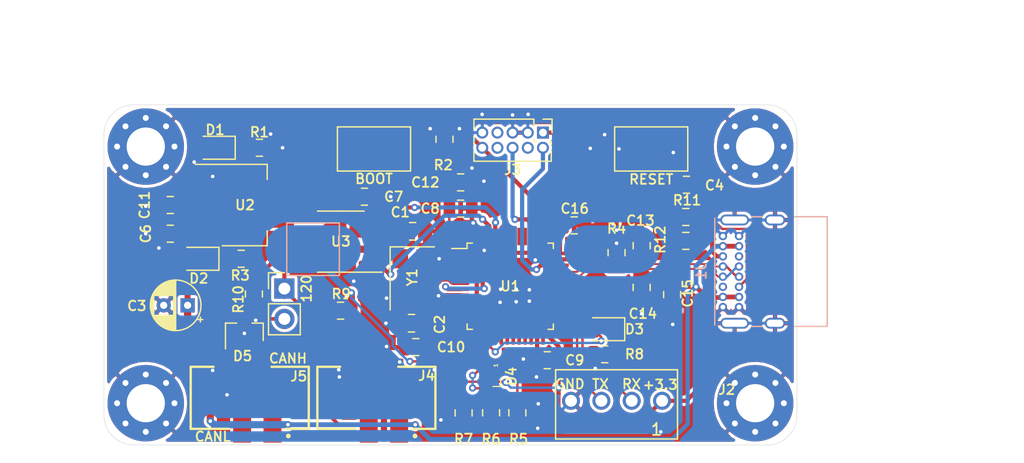
<source format=kicad_pcb>
(kicad_pcb (version 20211014) (generator pcbnew)
  (layers (0 "F.Cu" signal "Front") (31 "B.Cu" signal "Back") (34 "B.Paste" user) (35 "F.Paste" user) (36 "B.SilkS" user "B.Silkscreen") (37 "F.SilkS" user "F.Silkscreen") (38 "B.Mask" user) (39 "F.Mask" user) (44 "Edge.Cuts" user))
  (net 0 "")
  (net 1 "+5V")
  (net 2 "GND")
  (net 3 "Net-(C2-Pad1)")
  (net 4 "+3V3")
  (net 5 "/USB+")
  (net 6 "/USB-")
  (net 7 "Net-(D1-Pad1)")
  (net 8 "Net-(D2-Pad1)")
  (net 9 "Net-(D3-Pad1)")
  (net 10 "Net-(D4-Pad1)")
  (net 11 "Net-(D4-Pad2)")
  (net 12 "/CANL")
  (net 13 "/CANH")
  (net 14 "/RST")
  (net 15 "/CLK")
  (net 16 "/SWDIO")
  (net 17 "Net-(JP1-Pad2)")
  (net 18 "/Bleu")
  (net 19 "/Vert")
  (net 20 "/Rouge")
  (net 21 "/R_point")
  (net 22 "/TX")
  (net 23 "/RX")
  (net 24 "Net-(U1-Pad15)")
  (net 25 "Net-(U1-Pad18)")
  (net 26 "/CANRX")
  (net 27 "/CANTX")
  (net 28 "Net-(U1-Pad25)")
  (net 29 "Net-(U1-Pad26)")
  (net 30 "Net-(U1-Pad27)")
  (net 31 "Net-(U1-Pad28)")
  (net 32 "Net-(U1-Pad29)")
  (net 33 "Net-(U3-Pad5)")
  (net 34 "Net-(U3-Pad8)")
  (net 35 "/SWO")
  (net 36 "/BOOT0")
  (net 37 "Net-(U1-Pad1)")
  (net 38 "Net-(U1-Pad2)")
  (net 39 "Net-(U1-Pad3)")
  (net 40 "Net-(U1-Pad4)")
  (net 41 "Net-(U1-Pad16)")
  (net 42 "Net-(U1-Pad17)")
  (net 43 "Net-(U1-Pad19)")
  (net 44 "Net-(U1-Pad20)")
  (net 45 "Net-(U1-Pad21)")
  (net 46 "Net-(U1-Pad22)")
  (net 47 "/SWCLK")
  (net 48 "Net-(U1-Pad38)")
  (net 49 "Net-(U1-Pad40)")
  (net 50 "Net-(U1-Pad41)")
  (net 51 "Net-(U1-Pad42)")
  (net 52 "Net-(U1-Pad43)")
  (net 53 "Net-(C1-Pad1)")
  (net 54 "Net-(D3-Pad2)")
  (net 55 "Net-(D4-Pad3)")
  (net 56 "Net-(J3-Pad7)")
  (net 57 "Net-(J3-Pad8)")
  (net 58 "Net-(J1-PadB5)")
  (net 59 "Net-(J1-PadB8)")
  (net 60 "Net-(J1-PadA8)")
  (net 61 "Net-(J1-PadA5)")
  (footprint "Capacitor_SMD:C_0805_2012Metric_Pad1.18x1.45mm_HandSolder" (layer "F.Cu") (at 93.1375 96.3 180)
    (fp_text reference "C2")
    (fp_text value "18p")
  )
  (footprint "Capacitor_SMD:C_0805_2012Metric" (layer "F.Cu") (at 72.95 88.8 180)
    (fp_text reference "C6")
    (fp_text value "10u")
  )
  (footprint "Capacitor_SMD:C_0805_2012Metric" (layer "F.Cu") (at 89.2 85.7)
    (fp_text reference "C7")
    (fp_text value "100n")
  )
  (footprint "Capacitor_SMD:C_0805_2012Metric" (layer "F.Cu") (at 97.25 86.7)
    (fp_text reference "C8")
    (fp_text value "10u")
  )
  (footprint "Capacitor_SMD:C_0805_2012Metric" (layer "F.Cu") (at 104.5 99.4 180)
    (fp_text reference "C9")
    (fp_text value "100n")
  )
  (footprint "Capacitor_SMD:C_0805_2012Metric" (layer "F.Cu") (at 93.5 98.3 180)
    (fp_text reference "C10")
    (fp_text value "100n")
  )
  (footprint "Capacitor_SMD:C_0805_2012Metric" (layer "F.Cu") (at 72.95 86.4 180)
    (fp_text reference "C11")
    (fp_text value "10u")
  )
  (footprint "Capacitor_SMD:C_0805_2012Metric" (layer "F.Cu") (at 97.25 84.5)
    (fp_text reference "C12")
    (fp_text value "100n")
  )
  (footprint "Capacitor_SMD:C_0805_2012Metric" (layer "F.Cu") (at 112.4 89.8 90)
    (fp_text reference "C13")
    (fp_text value "47p")
  )
  (footprint "Capacitor_SMD:C_0805_2012Metric" (layer "F.Cu") (at 112.4 93.3 -90)
    (fp_text reference "C14")
    (fp_text value "47p")
  )
  (footprint "Capacitor_SMD:C_0805_2012Metric" (layer "F.Cu") (at 114.95 93.9 -90)
    (fp_text reference "C15")
    (fp_text value "10u")
  )
  (footprint "Capacitor_SMD:C_0805_2012Metric" (layer "F.Cu") (at 106.75 88.1)
    (fp_text reference "C16")
    (fp_text value "100n")
  )
  (footprint "LED_SMD:LED_0805_2012Metric" (layer "F.Cu") (at 75.3375 90.9 180)
    (fp_text reference "D2")
    (fp_text value "LED_5V")
  )
  (footprint "LED_SMD:LED_0805_2012Metric" (layer "F.Cu") (at 109.3 96.8 180)
    (fp_text reference "D3")
    (fp_text value "LED_DEBUG")
  )
  (footprint "Resistor_SMD:R_0805_2012Metric" (layer "F.Cu") (at 80.4125 81.6 180)
    (fp_text reference "R1")
    (fp_text value "270")
  )
  (footprint "Resistor_SMD:R_0805_2012Metric" (layer "F.Cu") (at 95.9 80.8875 -90)
    (fp_text reference "R2")
    (fp_text value "10k")
  )
  (footprint "Resistor_SMD:R_0805_2012Metric" (layer "F.Cu") (at 78.8875 90.9 180)
    (fp_text reference "R3")
    (fp_text value "270")
  )
  (footprint "Resistor_SMD:R_0805_2012Metric" (layer "F.Cu") (at 110.3 90.3875 -90)
    (fp_text reference "R4")
    (fp_text value "1.5k")
  )
  (footprint "Resistor_SMD:R_0805_2012Metric" (layer "F.Cu") (at 102 103.8 -90)
    (fp_text reference "R5")
    (fp_text value "270")
  )
  (footprint "Resistor_SMD:R_0805_2012Metric" (layer "F.Cu") (at 99.8 103.8 -90)
    (fp_text reference "R6")
    (fp_text value "270")
  )
  (footprint "Resistor_SMD:R_0805_2012Metric" (layer "F.Cu") (at 97.5 103.8125 -90)
    (fp_text reference "R7")
    (fp_text value "270")
  )
  (footprint "Resistor_SMD:R_0805_2012Metric" (layer "F.Cu") (at 109.3125 98.9)
    (fp_text reference "R8")
    (fp_text value "270")
  )
  (footprint "Resistor_SMD:R_0805_2012Metric" (layer "F.Cu") (at 87.2 95.25)
    (fp_text reference "R9")
    (fp_text value "1k")
  )
  (footprint "Package_TO_SOT_SMD:SOT-223-3_TabPin2" (layer "F.Cu") (at 79.15 86.4)
    (fp_text reference "U2")
    (fp_text value "NCP1117-3.3_SOT223")
  )
  (footprint "Package_SO:SOIC-8_3.9x4.9mm_P1.27mm" (layer "F.Cu") (at 87.225 89.465 180)
    (fp_text reference "U3")
    (fp_text value "SN65HVD232")
  )
  (footprint "Crystal:Crystal_SMD_5032-4Pin_5.0x3.2mm" (layer "F.Cu") (at 93.2 92.55 -90)
    (fp_text reference "Y1")
    (fp_text value "8MHz")
  )
  (footprint "Connector_PinHeader_2.54mm:PinHeader_1x02_P2.54mm_Vertical" (layer "F.Cu") (at 82.5 93.4)
    (fp_text reference "120")
    (fp_text value "JUMPER")
  )
  (footprint "Button_Switch_SMD:SW_SPST_CK_RS282G05A3" (layer "F.Cu") (at 90 81.7)
    (fp_text reference "BOOT")
    (fp_text value "BOOT")
  )
  (footprint "Button_Switch_SMD:SW_SPST_CK_RS282G05A3" (layer "F.Cu") (at 113.2 81.7)
    (fp_text reference "RESET")
    (fp_text value "RST")
  )
  (footprint "Package_QFP:LQFP-48_7x7mm_P0.5mm" (layer "F.Cu") (at 101.4 93.2)
    (fp_text reference "U1")
    (fp_text value "STM32F302C6Tx")
  )
  (footprint "Capacitor_SMD:C_0805_2012Metric_Pad1.18x1.45mm_HandSolder" (layer "F.Cu") (at 93.2375 88.6)
    (fp_text reference "C1")
    (fp_text value "18p")
  )
  (footprint "Capacitor_THT:CP_Radial_D4.0mm_P2.00mm" (layer "F.Cu") (at 74.4 94.8 180)
    (fp_text reference "C3")
    (fp_text value "10u")
  )
  (footprint "Capacitor_SMD:C_0805_2012Metric" (layer "F.Cu") (at 116.15 84.7 180)
    (fp_text reference "C4")
    (fp_text value "0.1u")
  )
  (footprint "LED_SMD:LED_0805_2012Metric" (layer "F.Cu") (at 76.7 81.6 180)
    (fp_text reference "D1")
    (fp_text value "LED_33V")
  )
  (footprint "Package_TO_SOT_SMD:SOT-23" (layer "F.Cu") (at 79.15 97.05 90)
    (fp_text reference "D5")
    (fp_text value "TVS")
  )
  (footprint "Connector_PinHeader_1.27mm:PinHeader_2x05_P1.27mm_Vertical" (layer "F.Cu") (at 104.14 80.33 -90)
    (fp_text reference "J3")
    (fp_text value "Conn_ARM_JTAG_SWD_10")
  )
  (footprint "Resistor_SMD:R_0805_2012Metric" (layer "F.Cu") (at 79.95 93.85 -90)
    (fp_text reference "R10")
    (fp_text value "120")
  )
  (footprint "MountingHole:MountingHole_3.2mm_M3_Pad_Via" (layer "F.Cu") (at 121.9 81.5)
    (fp_text reference "H1" hide)
    (fp_text value "MountingHole_Pad")
  )
  (footprint "MountingHole:MountingHole_3.2mm_M3_Pad_Via" (layer "F.Cu") (at 121.9 103)
    (fp_text reference "H2" hide)
    (fp_text value "MountingHole_Pad")
  )
  (footprint "MountingHole:MountingHole_3.2mm_M3_Pad_Via" (layer "F.Cu") (at 70.9 81.5)
    (fp_text reference "H3" hide)
    (fp_text value "MountingHole_Pad")
  )
  (footprint "MountingHole:MountingHole_3.2mm_M3_Pad_Via" (layer "F.Cu") (at 70.9 103)
    (fp_text reference "H4" hide)
    (fp_text value "MountingHole_Pad")
  )
  (footprint "Resistor_SMD:R_0805_2012Metric" (layer "F.Cu") (at 116.1 87.4 180)
    (fp_text reference "R11")
    (fp_text value "5.1k")
  )
  (footprint "Resistor_SMD:R_0805_2012Metric" (layer "F.Cu") (at 116.1 89.4 180)
    (fp_text reference "R12")
    (fp_text value "5.1k")
  )
  (footprint "AREA_lib_Connector:Wuerth_2.54mm_4pins_61900411121" (layer "F.Cu") (at 110.3 102.8)
    (fp_text reference "J2")
    (fp_text value "CON_debug")
  )
  (footprint "AREA_lib_Connector:690367290476" (layer "F.Cu") (at 90.2 102.55)
    (fp_text reference "J4")
    (fp_text value "CON_CAN")
  )
  (footprint "AREA_lib_Connector:690367290476" (layer "F.Cu") (at 79.6 102.55)
    (fp_text reference "J5")
    (fp_text value "CON_CAN")
  )
  (footprint "LED_SMD:LED_SK6812_EC15_1.5x1.5mm" (layer "F.Cu") (at 99.75 100.75 -90)
    (fp_text reference "D4")
    (fp_text value "LED_RGBA")
  )
  (footprint "TestPoint:TestPoint_Pad_4.0x4.0mm" (layer "B.Cu") (at 84.9 90.1)
    (fp_text reference "TP1" hide)
    (fp_text value "Rmesure" hide)
  )
  (footprint "Connector_USB:USB_C_Receptacle_GCT_USB4085" (layer "B.Cu") (at 119.2 89 -90)
    (fp_text reference "J1")
    (fp_text value "USB_C_Receptacle_USB2.0")
  )
  (gr_arc (start 69.9 106.5) (mid 68.132233 105.767767) (end 67.4 104) (layer "Edge.Cuts") (width 0.0381))
  (gr_line (start 69.9 106.5) (end 122.9 106.5) (layer "Edge.Cuts") (width 0.0381))
  (gr_line (start 69.9 78) (end 122.9 78) (layer "Edge.Cuts") (width 0.0381))
  (gr_arc (start 122.9 78) (mid 124.667767 78.732233) (end 125.4 80.5) (layer "Edge.Cuts") (width 0.0381))
  (gr_line (start 67.4 80.5) (end 67.4 104) (layer "Edge.Cuts") (width 0.0381))
  (gr_line (start 125.4 104) (end 125.4 80.5) (layer "Edge.Cuts") (width 0.0381))
  (gr_arc (start 125.4 104) (mid 124.667767 105.767767) (end 122.9 106.5) (layer "Edge.Cuts") (width 0.0381))
  (gr_arc (start 67.4 80.5) (mid 68.132233 78.732233) (end 69.9 78) (layer "Edge.Cuts") (width 0.0381))
  (gr_text "GND" (at 106.4 101.4) (layer "F.SilkS") (effects (font (size 0.8 0.8))))
  (gr_text "CANL" (at 76.5 105.8) (layer "F.SilkS") (effects (font (size 0.8 0.8))))
  (gr_text "RX" (at 111.55 101.4) (layer "F.SilkS") (effects (font (size 0.8 0.8))))
  (gr_text "TX" (at 108.95 101.4) (layer "F.SilkS") (effects (font (size 0.8 0.8))))
  (gr_text "+3.3" (at 113.95 101.45) (layer "F.SilkS") (effects (font (size 0.8 0.8))))
  (gr_text "CANH" (at 82.8 99.25) (layer "F.SilkS") (effects (font (size 0.8 0.8))))
  (segment (start 76.3 104.5) (end 76.3 103.032038) (width 0.6) (layer "F.Cu") (net 1))
  (segment (start 116.95 93.25) (end 115.2375 93.25) (width 0.35) (layer "F.Cu") (net 1))
  (segment (start 74.4 90.9) (end 74.2 90.9) (width 0.6) (layer "F.Cu") (net 1))
  (segment (start 119.2 94.1) (end 120.55 94.1) (width 0.4) (layer "F.Cu") (net 1))
  (segment (start 74.4 94.8) (end 74.4 90.9) (width 0.5) (layer "F.Cu") (net 1))
  (segment (start 73.9 90.6) (end 73.9 88.8) (width 0.6) (layer "F.Cu") (net 1))
  (segment (start 119.2 89.85) (end 120.55 89.85) (width 0.4) (layer "F.Cu") (net 1))
  (segment (start 74.4 101.132038) (end 74.4 94.8) (width 0.6) (layer "F.Cu") (net 1))
  (segment (start 82.8 104.8) (end 81.505 104.8) (width 0.4) (layer "F.Cu") (net 1))
  (segment (start 93.45 104.8) (end 92.105 104.8) (width 0.4) (layer "F.Cu") (net 1))
  (segment (start 76.3 103.032038) (end 74.4 101.132038) (width 0.6) (layer "F.Cu") (net 1))
  (segment (start 115.2375 93.25) (end 114.95 92.9625) (width 0.35) (layer "F.Cu") (net 1))
  (segment (start 116.95 93.25) (end 117.85 94.15) (width 0.4) (layer "F.Cu") (net 1))
  (segment (start 73.9 88.8) (end 75.9 88.8) (width 0.6) (layer "F.Cu") (net 1))
  (segment (start 75.9 88.8) (end 76 88.7) (width 0.6) (layer "F.Cu") (net 1))
  (segment (start 119.15 94.15) (end 119.2 94.1) (width 0.4) (layer "F.Cu") (net 1))
  (segment (start 117.85 94.15) (end 119.15 94.15) (width 0.4) (layer "F.Cu") (net 1))
  (segment (start 74.2 90.9) (end 73.9 90.6) (width 0.6) (layer "F.Cu") (net 1))
  (via (at 93.45 104.8) (size 0.6) (drill 0.3) (layers "F.Cu" "B.Cu") (net 1))
  (via (at 116.95 93.25) (size 0.6) (drill 0.3) (layers "F.Cu" "B.Cu") (net 1))
  (via (at 82.8 104.8) (size 0.6) (drill 0.3) (layers "F.Cu" "B.Cu") (net 1))
  (via (at 76.3 104.5) (size 0.6) (drill 0.3) (layers "F.Cu" "B.Cu") (net 1))
  (segment (start 116.25 93.95) (end 116.95 93.25) (width 0.35) (layer "B.Cu") (net 1))
  (segment (start 82.8 104.8) (end 76.6 104.8) (width 0.6) (layer "B.Cu") (net 1))
  (segment (start 94.677001 106.027001) (end 93.45 104.8) (width 0.4) (layer "B.Cu") (net 1))
  (segment (start 119.2 89.85) (end 118.6 89.85) (width 0.4) (layer "B.Cu") (net 1))
  (segment (start 118.6 89.85) (end 116.95 91.5) (width 0.4) (layer "B.Cu") (net 1))
  (segment (start 116.25 104.75) (end 116.25 93.95) (width 0.35) (layer "B.Cu") (net 1))
  (segment (start 115.3 105.7) (end 114.972999 106.027001) (width 0.4) (layer "B.Cu") (net 1))
  (segment (start 115.3 105.7) (end 116.25 104.75) (width 0.35) (layer "B.Cu") (net 1))
  (segment (start 114.972999 106.027001) (end 94.677001 106.027001) (width 0.4) (layer "B.Cu") (net 1))
  (segment (start 93.45 104.8) (end 82.8 104.8) (width 0.4) (layer "B.Cu") (net 1))
  (segment (start 116.95 91.5) (end 116.95 93.25) (width 0.4) (layer "B.Cu") (net 1))
  (segment (start 76.6 104.8) (end 76.3 104.5) (width 0.6) (layer "B.Cu") (net 1))
  (segment (start 95.45 93.95) (end 95.4 94) (width 0.35) (layer "F.Cu") (net 2))
  (segment (start 115.2 82.15) (end 115.05 82) (width 0.35) (layer "F.Cu") (net 2))
  (segment (start 108.4 99.969676) (end 108.515162 100.084838) (width 0.35) (layer "F.Cu") (net 2))
  (segment (start 103.55 99.4) (end 103.55 100.75) (width 0.35) (layer "F.Cu") (net 2))
  (segment (start 115 95.15) (end 115 96.4) (width 0.35) (layer "F.Cu") (net 2))
  (segment (start 89.7 90.1) (end 88.4 90.1) (width 0.35) (layer "F.Cu") (net 2))
  (segment (start 105.5625 90.95) (end 103.55 90.95) (width 0.35) (layer "F.Cu") (net 2))
  (segment (start 103.55 90.95) (end 103.5 91) (width 0.35) (layer "F.Cu") (net 2))
  (segment (start 99.15 90.12299) (end 99.22701 90.2) (width 0.2) (layer "F.Cu") (net 2))
  (segment (start 97.2375 93.95) (end 95.45 93.95) (width 0.35) (layer "F.Cu") (net 2))
  (segment (start 112.4 94.25) (end 112.4 95.5) (width 0.35) (layer "F.Cu") (net 2))
  (segment (start 107.1 90.95) (end 107.7 90.35) (width 0.35) (layer "F.Cu") (net 2))
  (segment (start 103.65 99.3) (end 103.55 99.4) (width 0.35) (layer "F.Cu") (net 2))
  (segment (start 108.4 98.9) (end 108.4 99.969676) (width 0.35) (layer "F.Cu") (net 2))
  (segment (start 103.65 97.3625) (end 103.65 99.3) (width 0.35) (layer "F.Cu") (net 2))
  (segment (start 102.6 99.4) (end 102.5 99.3) (width 0.35) (layer "F.Cu") (net 2))
  (segment (start 115.2 84.7) (end 115.2 82.15) (width 0.35) (layer "F.Cu") (net 2))
  (segment (start 103.55 100.75) (end 103.6 100.8) (width 0.35) (layer "F.Cu") (net 2))
  (segment (start 105.5625 90.95) (end 107.1 90.95) (width 0.35) (layer "F.Cu") (net 2))
  (segment (start 103.55 99.4) (end 102.6 99.4) (width 0.35) (layer "F.Cu") (net 2))
  (segment (start 99.15 89.0375) (end 99.15 90.12299) (width 0.2) (layer "F.Cu") (net 2))
  (segment (start 88.306038 90.193962) (end 88.306038 92.782531) (width 0.35) (layer "F.Cu") (net 2))
  (segment (start 90.15 85.7) (end 91.400002 85.7) (width 0.35) (layer "F.Cu") (net 2))
  (segment (start 71.2 82.9) (end 71.2 84.35) (width 0.5) (layer "F.Cu") (net 2))
  (segment (start 88.4 90.1) (end 88.306038 90.193962) (width 0.35) (layer "F.Cu") (net 2))
  (segment (start 107.7 90.35) (end 107.7 88.1) (width 0.35) (layer "F.Cu") (net 2))
  (via (at 92.15 99.55) (size 0.6) (drill 0.3) (layers "F.Cu" "B.Cu") (net 2))
  (via (at 74.95 82.8) (size 0.6) (drill 0.3) (layers "F.Cu" "B.Cu") (net 2))
  (via (at 88.306038 92.782531) (size 0.6) (drill 0.3) (layers "F.Cu" "B.Cu") (net 2))
  (via (at 95.4 94) (size 0.6) (drill 0.3) (layers "F.Cu" "B.Cu") (net 2))
  (via (at 103.7 105.1) (size 0.6) (drill 0.3) (layers "F.Cu" "B.Cu") (net 2))
  (via (at 95.45 90.9) (size 0.6) (drill 0.3) (layers "F.Cu" "B.Cu") (net 2))
  (via (at 100.55 94.55) (size 0.6) (drill 0.3) (layers "F.Cu" "B.Cu") (net 2))
  (via (at 112.4 95.5) (size 0.6) (drill 0.3) (layers "F.Cu" "B.Cu") (net 2))
  (via (at 103.75 103.05) (size 0.6) (drill 0.3) (layers "F.Cu" "B.Cu") (net 2))
  (via (at 76.5 100.25) (size 0.6) (drill 0.3) (layers "F.Cu" "B.Cu") (net 2))
  (via (at 101.6 78.85) (size 0.6) (drill 0.3) (layers "F.Cu" "B.Cu") (net 2))
  (via (at 115.05 82) (size 0.6) (drill 0.3) (layers "F.Cu" "B.Cu") (net 2))
  (via (at 98.3 87.9) (size 0.6) (drill 0.3) (layers "F.Cu" "B.Cu") (net 2))
  (via (at 95.05 100.2) (size 0.6) (drill 0.3) (layers "F.Cu" "B.Cu") (net 2))
  (via (at 79.15 97.15) (size 0.6) (drill 0.3) (layers "F.Cu" "B.Cu") (net 2))
  (via (at 101.9 93.45) (size 0.6) (drill 0.3) (layers "F.Cu" "B.Cu") (net 2))
  (via (at 97.15 80) (size 0.6) (drill 0.3) (layers "F.Cu" "B.Cu") (net 2))
  (via (at 81.35 80.45) (size 0.6) (drill 0.3) (layers "F.Cu" "B.Cu") (net 2))
  (via (at 114 105.4) (size 0.6) (drill 0.3) (layers "F.Cu" "B.Cu") (net 2))
  (via (at 109.3 80.5) (size 0.6) (drill 0.3) (layers "F.Cu" "B.Cu") (net 2))
  (via (at 103 93.5) (size 0.6) (drill 0.3) (layers "F.Cu" "B.Cu") (net 2))
  (via (at 110.5 81.7) (size 0.6) (drill 0.3) (layers "F.Cu" "B.Cu") (net 2))
  (via (at 70.9 86.5) (size 0.6) (drill 0.3) (layers "F.Cu" "B.Cu") (net 2))
  (via (at 91.400002 85.7) (size 0.6) (drill 0.3) (layers "F.Cu" "B.Cu") (net 2))
  (via (at 87.05 100.2) (size 0.6) (drill 0.3) (layers "F.Cu" "B.Cu") (net 2))
  (via (at 76.5 84) (size 0.6) (drill 0.3) (layers "F.Cu" "B.Cu") (net 2))
  (via (at 94.7 80) (size 0.6) (drill 0.3) (layers "F.Cu" "B.Cu") (net 2))
  (via (at 82.35 81.6) (size 0.6) (drill 0.3) (layers "F.Cu" "B.Cu") (net 2))
  (via (at 87.1 100.8) (size 0.6) (drill 0.3) (layers "F.Cu" "B.Cu") (net 2))
  (via (at 100.6 93.45) (size 0.6) (drill 0.3) (layers "F.Cu" "B.Cu") (net 2))
  (via (at 103 94.45) (size 0.6) (drill 0.3) (layers "F.Cu" "B.Cu") (net 2))
  (via (at 99.2 84.4) (size 0.6) (drill 0.3) (layers "F.Cu" "B.Cu") (net 2))
  (via (at 91 96.3) (size 0.6) (drill 0.3) (layers "F.Cu" "B.Cu") (net 2))
  (via (at 115 96.4) (size 0.6) (drill 0.3) (layers "F.Cu" "B.Cu") (net 2))
  (via (at 95.6 104.4) (size 0.6) (drill 0.3) (layers "F.Cu" "B.Cu") (net 2))
  (via (at 103.6 100.8) (size 0.6) (drill 0.3) (layers "F.Cu" "B.Cu") (net 2))
  (via (at 91.05 94.2) (size 0.6) (drill 0.3) (layers "F.Cu" "B.Cu") (net 2))
  (via (at 91.05 98.25) (size 0.6) (drill 0.3) (layers "F.Cu" "B.Cu") (net 2))
  (via (at 77.7 102.3) (size 0.6) (drill 0.3) (layers "F.Cu" "B.Cu") (net 2))
  (via (at 70.9 88.8) (size 0.6) (drill 0.3) (layers "F.Cu" "B.Cu") (net 2))
  (via (at 99.05 78.8) (size 0.6) (drill 0.3) (layers "F.Cu" "B.Cu") (net 2))
  (via (at 103.5 91) (size 0.6) (drill 0.3) (layers "F.Cu" "B.Cu") (net 2))
  (via (at 102.5 99.3) (size 0.6) (drill 0.3) (layers "F.Cu" "B.Cu") (net 2))
  (via (at 98.2 83.3) (size 0.6) (drill 0.3) (layers "F.Cu" "B.Cu") (net 2))
  (via (at 99.22701 90.2) (size 0.6) (drill 0.3) (layers "F.Cu" "B.Cu") (net 2))
  (via (at 108.1 81.65) (size 0.6) (drill 0.3) (layers "F.Cu" "B.Cu") (net 2))
  (via (at 108.515162 100.084838) (size 0.6) (drill 0.3) (layers "F.Cu" "B.Cu") (net 2))
  (via (at 101.9 94.5) (size 0.6) (drill 0.3) (layers "F.Cu" "B.Cu") (net 2))
  (via (at 72 90) (size 0.6) (drill 0.3) (layers "F.Cu" "B.Cu") (net 2))
  (via (at 102.9 78.8) (size 0.6) (drill 0.3) (layers "F.Cu" "B.Cu") (net 2))
  (via (at 80.1 96.05) (size 0.6) (drill 0.3) (layers "F.Cu" "B.Cu") (net 2))
  (segment (start 94.175 94.225) (end 94.2 94.2) (width 0.35) (layer "F.Cu") (net 3))
  (segment (start 95.686985 92.713015) (end 94.2 94.2) (width 0.2) (layer "F.Cu") (net 3))
  (segment (start 96.242406 92.713015) (end 95.686985 92.713015) (width 0.2) (layer "F.Cu") (net 3))
  (segment (start 97.2375 92.95) (end 96.479391 92.95) (width 0.2) (layer "F.Cu") (net 3))
  (segment (start 96.479391 92.95) (end 96.242406 92.713015) (width 0.2) (layer "F.Cu") (net 3))
  (segment (start 94.2 96.275) (end 94.2 94.2) (width 0.35) (layer "F.Cu") (net 3))
  (segment (start 110.3 88.5) (end 110.3 87.6) (width 0.35) (layer "F.Cu") (net 4))
  (segment (start 105.45 98.25) (end 105.45 99.4) (width 0.35) (layer "F.Cu") (net 4))
  (segment (start 98.6 94.5) (end 98.6 94.75) (width 0.35) (layer "F.Cu") (net 4))
  (segment (start 98.6 94.75) (end 98.6 95.4) (width 0.35) (layer "F.Cu") (net 4))
  (segment (start 88.25 86.65) (end 88.25 85.7) (width 0.6) (layer "F.Cu") (net 4))
  (segment (start 90 81.7) (end 92.8 84.5) (width 0.6) (layer "F.Cu") (net 4))
  (segment (start 106.2 86.3) (end 105.8 85.9) (width 0.35) (layer "F.Cu") (net 4))
  (segment (start 88.53 88.83) (end 88.25 88.55) (width 0.6) (layer "F.Cu") (net 4))
  (segment (start 110.3 87.4) (end 109.2 86.3) (width 0.35) (layer "F.Cu") (net 4))
  (segment (start 85.8 85.7) (end 87.4 85.7) (width 0.6) (layer "F.Cu") (net 4))
  (segment (start 96.9375 89.0375) (end 96.3 88.4) (width 0.2) (layer "F.Cu") (net 4))
  (segment (start 104.15 97.3625) (end 104.5625 97.3625) (width 0.35) (layer "F.Cu") (net 4))
  (segment (start 105.8 85.9) (end 105.8 81.2) (width 0.35) (layer "F.Cu") (net 4))
  (segment (start 87.4 85.7) (end 87.4 85.8) (width 0.6) (layer "F.Cu") (net 4))
  (segment (start 87.4 85.7) (end 87.4 85.6) (width 0.6) (layer "F.Cu") (net 4))
  (segment (start 106.2 86.3) (end 105.8 86.3) (width 0.35) (layer "F.Cu") (net 4))
  (segment (start 105.433999 103.306881) (end 105.45 103.322882) (width 0.35) (layer "F.Cu") (net 4))
  (segment (start 98.6 95.4) (end 99.4 96.2) (width 0.35) (layer "F.Cu") (net 4))
  (segment (start 95.85 94.45) (end 95.1 95.2) (width 0.3) (layer "F.Cu") (net 4))
  (segment (start 95.1 95.2) (end 95.1 97.4) (width 0.3) (layer "F.Cu") (net 4))
  (segment (start 100.2 101.2) (end 100.95 101.2) (width 0.2) (layer "F.Cu") (net 4))
  (segment (start 88.25 82.45) (end 88.25 82.4) (width 0.6) (layer "F.Cu") (net 4))
  (segment (start 78.85 85.75) (end 78.85 85.8) (width 0.6) (layer "F.Cu") (net 4))
  (segment (start 105.8 81.2) (end 104.93 80.33) (width 0.35) (layer "F.Cu") (net 4))
  (segment (start 88.25 82.45) (end 87.5 81.7) (width 0.6) (layer "F.Cu") (net 4))
  (segment (start 76 86.4) (end 78.25 86.4) (width 0.6) (layer "F.Cu") (net 4))
  (segment (start 113.3 103.61) (end 114.11 102.8) (width 0.35) (layer "F.Cu") (net 4))
  (segment (start 87.4 85.7) (end 88.25 85.7) (width 0.6) (layer "F.Cu") (net 4))
  (segment (start 98.65 89.0375) (end 96.9375 89.0375) (width 0.2) (layer "F.Cu") (net 4))
  (segment (start 96.3 88.4) (end 96.3 86.7) (width 0.2) (layer "F.Cu") (net 4))
  (segment (start 87.4 85.6) (end 88.25 84.75) (width 0.6) (layer "F.Cu") (net 4))
  (segment (start 110.3 87.4) (end 110.2 87.3) (width 0.35) (layer "F.Cu") (net 4))
  (segment (start 78.85 85.75) (end 78.85 86.4) (width 0.6) (layer "F.Cu") (net 4))
  (segment (start 104.5625 97.3625) (end 105.45 98.25) (width 0.35) (layer "F.Cu") (net 4))
  (segment (start 110.3 89.1) (end 110.3 88.5) (width 0.35) (layer "F.Cu") (net 4))
  (segment (start 78.85 84.431398) (end 78.85 85.75) (width 0.6) (layer "F.Cu") (net 4))
  (segment (start 78.85 85.75) (end 79.5 86.4) (width 0.6) (layer "F.Cu") (net 4))
  (segment (start 77.145612 82.72701) (end 78.85 84.431398) (width 0.6) (layer "F.Cu") (net 4))
  (segment (start 73.8875 86.4) (end 76 86.4) (width 0.6) (layer "F.Cu") (net 4))
  (segment (start 106.2 86.3) (end 106.2 86.4) (width 0.35) (layer "F.Cu") (net 4))
  (segment (start 87.5 81.7) (end 86.1 81.7) (width 0.6) (layer "F.Cu") (net 4))
  (segment (start 105.5625 88.3375) (end 105.8 88.1) (width 0.35) (layer "F.Cu") (net 4))
  (segment (start 106.05 105.15) (end 112.75 105.15) (width 0.35) (layer "F.Cu") (net 4))
  (segment (start 82.3 86.4) (end 85.1 86.4) (width 0.6) (layer "F.Cu") (net 4))
  (segment (start 110.3 87.6) (end 110.3 87.4) (width 0.35) (layer "F.Cu") (net 4))
  (segment (start 78.25 86.4) (end 78.85 86.4) (width 0.6) (layer "F.Cu") (net 4))
  (segment (start 116.15 102.8) (end 122 96.95) (width 0.35) (layer "F.Cu") (net 4))
  (segment (start 88.25 82.4) (end 88.95 81.7) (width 0.6) (layer "F.Cu") (net 4))
  (segment (start 88.25 88.55) (end 88.25 86.65) (width 0.6) (layer "F.Cu") (net 4))
  (segment (start 94.45 98.05) (end 94.45 98.3) (width 0.3) (layer "F.Cu") (net 4))
  (segment (start 98.3 94.45) (end 98.55 94.45) (width 0.3) (layer "F.Cu") (net 4))
  (segment (start 97.2375 94.45) (end 95.85 94.45) (width 0.3) (layer "F.Cu") (net 4))
  (segment (start 105.45 101.7) (end 105.45 102.277118) (width 0.35) (layer "F.Cu") (net 4))
  (segment (start 105.8 86.8) (end 105.8 86.3) (width 0.35) (layer "F.Cu") (net 4))
  (segment (start 96.3 86.7) (end 96.3 84.5) (width 0.6) (layer "F.Cu") (net 4))
  (segment (start 95.1 97.4) (end 94.45 98.05) (width 0.3) (layer "F.Cu") (net 4))
  (segment (start 104.15 96.591826) (end 104.15 97.3625) (width 0.35) (layer "F.Cu") (net 4))
  (segment (start 105.8 86.3) (end 105.8 85.9) (width 0.35) (layer "F.Cu") (net 4))
  (segment (start 122 96.95) (end 122 86.9) (width 0.35) (layer "F.Cu") (net 4))
  (segment (start 99.4 96.2) (end 103.758174 96.2) (width 0.35) (layer "F.Cu") (net 4))
  (segment (start 88.25 82.45) (end 88.25 82.2) (width 0.6) (layer "F.Cu") (net 4))
  (segment (start 79.5 86.4) (end 82.3 86.4) (width 0.6) (layer "F.Cu") (net 4))
  (segment (start 88.25 85.7) (end 88.25 84.75) (width 0.6) (layer "F.Cu") (net 4))
  (segment (start 78.85 86.4) (end 79.5 86.4) (width 0.6) (layer "F.Cu") (net 4))
  (segment (start 98.3 94.45) (end 98.35 94.45) (width 0.3) (layer "F.Cu") (net 4))
  (segment (start 111.7 85.8) (end 110.2 87.3) (width 0.35) (layer "F.Cu") (net 4))
  (segment (start 105.45 104.55) (end 106.05 105.15) (width 0.35) (layer "F.Cu") (net 4))
  (segment (start 88.25 84.75) (end 88.25 82.45) (width 0.6) (layer "F.Cu") (net 4))
  (segment (start 98.3 94.45) (end 98.6 94.75) (width 0.3) (layer "F.Cu") (net 4))
  (segment (start 105.45 103.322882) (end 105.45 104.55) (width 0.35) (layer "F.Cu") (net 4))
  (segment (start 88.95 81.7) (end 90 81.7) (width 0.6) (layer "F.Cu") (net 4))
  (segment (start 105.8 88.1) (end 105.8 86.8) (width 0.35) (layer "F.Cu") (net 4))
  (segment (start 106.2 86.4) (end 105.8 86.8) (width 0.35) (layer "F.Cu") (net 4))
  (segment (start 103.758174 96.2) (end 104.15 96.591826) (width 0.35) (layer "F.Cu") (net 4))
  (segment (start 92.8 84.5) (end 96.3 84.5) (width 0.6) (layer "F.Cu") (net 4))
  (segment (start 100.95 101.2) (end 101 101.25) (width 0.2) (layer "F.Cu") (net 4))
  (segment (start 113.3 104.6) (end 113.3 103.61) (width 0.35) (layer "F.Cu") (net 4))
  (segment (start 120.9 85.8) (end 111.7 85.8) (width 0.35) (layer "F.Cu") (net 4))
  (segment (start 87.5 81.7) (end 88.75 81.7) (width 0.6) (layer "F.Cu") (net 4))
  (segment (start 89.7 88.83) (end 88.53 88.83) (width 0.6) (layer "F.Cu") (net 4))
  (segment (start 98.55 94.45) (end 98.6 94.5) (width 0.3) (layer "F.Cu") (net 4))
  (segment (start 105.433999 102.293119) (end 105.433999 103.306881) (width 0.35) (layer "F.Cu") (net 4))
  (segment (start 88.75 81.7) (end 88.95 81.7) (width 0.6) (layer "F.Cu") (net 4))
  (segment (start 76.88951 82.72701) (end 77.145612 82.72701) (width 0.6) (layer "F.Cu") (net 4))
  (segment (start 105.45 102.277118) (end 105.433999 102.293119) (width 0.35) (layer "F.Cu") (net 4))
  (segment (start 87.4 85.8) (end 88.25 86.65) (width 0.6) (layer "F.Cu") (net 4))
  (segment (start 122 86.9) (end 120.9 85.8) (width 0.35) (layer "F.Cu") (net 4))
  (segment (start 112.75 105.15) (end 113.3 104.6) (width 0.35) (layer "F.Cu") (net 4))
  (segment (start 104.93 80.33) (end 104.14 80.33) (width 0.35) (layer "F.Cu") (net 4))
  (segment (start 98.35 94.45) (end 98.6 94.2) (width 0.3) (layer "F.Cu") (net 4))
  (segment (start 85.1 86.4) (end 85.8 85.7) (width 0.6) (layer "F.Cu") (net 4))
  (segment (start 78.85 85.8) (end 78.25 86.4) (width 0.6) (layer "F.Cu") (net 4))
  (segment (start 75.7625 81.6) (end 76.88951 82.72701) (width 0.6) (layer "F.Cu") (net 4))
  (segment (start 109.2 86.3) (end 106.2 86.3) (width 0.35) (layer "F.Cu") (net 4))
  (segment (start 114.11 102.8) (end 116.15 102.8) (width 0.35) (layer "F.Cu") (net 4))
  (segment (start 105.5625 90.45) (end 105.5625 88.3375) (width 0.35) (layer "F.Cu") (net 4))
  (segment (start 98.65 89.0375) (end 98.6 89.0875) (width 0.35) (layer "F.Cu") (net 4))
  (segment (start 88.25 82.2) (end 88.75 81.7) (width 0.6) (layer "F.Cu") (net 4))
  (segment (start 105.45 99.4) (end 105.45 101.7) (width 0.35) (layer "F.Cu") (net 4))
  (segment (start 97.2375 94.45) (end 98.3 94.45) (width 0.3) (layer "F.Cu") (net 4))
  (segment (start 98.6 94.2) (end 98.6 94.5) (width 0.35) (layer "F.Cu") (net 4))
  (segment (start 98.6 89.0875) (end 98.6 94.2) (width 0.35) (layer "F.Cu") (net 4))
  (via (at 105.45 101.7) (size 0.6) (drill 0.3) (layers "F.Cu" "B.Cu") (net 4))
  (via (at 101 101.25) (size 0.6) (drill 0.3) (layers "F.Cu" "B.Cu") (net 4))
  (via (at 110.3 88.5) (size 0.6) (drill 0.3) (layers "F.Cu" "B.Cu") (net 4))
  (via (at 110.3 89.6) (size 0.6) (drill 0.3) (layers "F.Cu" "B.Cu") (net 4))
  (segment (start 101.45 101.7) (end 105.45 101.7) (width 0.2) (layer "B.Cu") (net 4))
  (segment (start 101 101.25) (end 101.45 101.7) (width 0.2) (layer "B.Cu") (net 4))
  (segment (start 107.66583 91.3468) (end 107.01583 91.9968) (width 0.1524) (layer "F.Cu") (net 5))
  (segment (start 119.5 91.55) (end 120.35 92.4) (width 0.2) (layer "F.Cu") (net 5))
  (segment (start 107.01583 91.9968) (end 105.6093 91.9968) (width 0.1524) (layer "F.Cu") (net 5))
  (segment (start 112.4 90.75) (end 111.8032 91.3468) (width 0.1524) (layer "F.Cu") (net 5))
  (segment (start 105.6093 91.9968) (end 105.5625 91.95) (width 0.1524) (layer "F.Cu") (net 5))
  (segment (start 119.2 91.55) (end 118.4 91.55) (width 0.1524) (layer "F.Cu") (net 5))
  (segment (start 120.35 92.4) (end 120.55 92.4) (width 0.2) (layer "F.Cu") (net 5))
  (segment (start 118.4 91.55) (end 118.1968 91.3468) (width 0.1524) (layer "F.Cu") (net 5))
  (segment (start 119.2 91.55) (end 119.5 91.55) (width 0.2) (layer "F.Cu") (net 5))
  (segment (start 112.9968 91.3468) (end 112.4 90.75) (width 0.1524) (layer "F.Cu") (net 5))
  (segment (start 111.8032 91.3468) (end 107.66583 91.3468) (width 0.1524) (layer "F.Cu") (net 5))
  (segment (start 118.1968 91.3468) (end 112.9968 91.3468) (width 0.1524) (layer "F.Cu") (net 5))
  (segment (start 112.4 92.35) (end 111.825339 91.775339) (width 0.1524) (layer "F.Cu") (net 6))
  (segment (start 107.83417 91.7532) (end 107.18417 92.4032) (width 0.1524) (layer "F.Cu") (net 6))
  (segment (start 111.20321 91.775339) (end 110.928549 92.05) (width 0.1524) (layer "F.Cu") (net 6))
  (segment (start 109.3532 91.7532) (end 107.83417 91.7532) (width 0.1524) (layer "F.Cu") (net 6))
  (segment (start 118.8 92.4) (end 118.1532 91.7532) (width 0.1524) (layer "F.Cu") (net 6))
  (segment (start 107.18417 92.4032) (end 105.6093 92.4032) (width 0.1524) (layer "F.Cu") (net 6))
  (segment (start 109.65 92.05) (end 109.3532 91.7532) (width 0.1524) (layer "F.Cu") (net 6))
  (segment (start 111.825339 91.775339) (end 111.20321 91.775339) (width 0.1524) (layer "F.Cu") (net 6))
  (segment (start 112.9968 91.7532) (end 112.4 92.35) (width 0.1524) (layer "F.Cu") (net 6))
  (segment (start 110.928549 92.05) (end 109.65 92.05) (width 0.1524) (layer "F.Cu") (net 6))
  (segment (start 119.2 92.4) (end 118.8 92.4) (width 0.1524) (layer "F.Cu") (net 6))
  (segment (start 105.6093 92.4032) (end 105.5625 92.45) (width 0.1524) (layer "F.Cu") (net 6))
  (segment (start 118.1532 91.7532) (end 112.9968 91.7532) (width 0.1524) (layer "F.Cu") (net 6))
  (segment (start 120.4 91.55) (end 119.55 92.4) (width 0.2) (layer "B.Cu") (net 6))
  (segment (start 120.55 91.55) (end 120.4 91.55) (width 0.2) (layer "B.Cu") (net 6))
  (segment (start 119.55 92.4) (end 119.2 92.4) (width 0.2) (layer "B.Cu") (net 6))
  (segment (start 77.6375 81.6) (end 79.5 81.6) (width 0.5) (layer "F.Cu") (net 7))
  (segment (start 76.275 90.9) (end 77.975 90.9) (width 0.5) (layer "F.Cu") (net 8))
  (segment (start 110.2375 96.8) (end 110.2375 98.8875) (width 0.35) (layer "F.Cu") (net 9))
  (segment (start 110.2375 98.8875) (end 110.225 98.9) (width 0.35) (layer "F.Cu") (net 9))
  (segment (start 100.2 100.3) (end 101.55 100.3) (width 0.2) (layer "F.Cu") (net 10))
  (segment (start 101.55 100.3) (end 102 100.75) (width 0.2) (layer "F.Cu") (net 10))
  (segment (start 102 100.75) (end 102 102.8625) (width 0.2) (layer "F.Cu") (net 10))
  (segment (start 98.7 100.3) (end 98.327 100.673) (width 0.2) (layer "F.Cu") (net 11))
  (segment (start 99.8 102.05) (end 99.8 102.8625) (width 0.2) (layer "F.Cu") (net 11))
  (segment (start 99.3 100.3) (end 98.7 100.3) (width 0.2) (layer "F.Cu") (net 11))
  (segment (start 98.25 101.727) (end 98.273 101.75) (width 0.2) (layer "F.Cu") (net 11))
  (segment (start 98.273 101.75) (end 99.5 101.75) (width 0.2) (layer "F.Cu") (net 11))
  (segment (start 99.5 101.75) (end 99.8 102.05) (width 0.2) (layer "F.Cu") (net 11))
  (segment (start 98.327 100.673) (end 98.25 100.673) (width 0.2) (layer "F.Cu") (net 11))
  (via (at 98.25 100.673) (size 0.6) (drill 0.3) (layers "F.Cu" "B.Cu") (net 11))
  (via (at 98.25 101.727) (size 0.6) (drill 0.3) (layers "F.Cu" "B.Cu") (net 11))
  (segment (start 98.25 100.673) (end 98.25 101.727) (width 0.2) (layer "B.Cu") (net 11))
  (segment (start 78.2 93.75) (end 78.2 98.05) (width 0.3) (layer "F.Cu") (net 12))
  (segment (start 79.95 92.75) (end 81.7 91) (width 0.35) (layer "F.Cu") (net 12))
  (segment (start 78.85 104.685) (end 78.965 104.8) (width 0.3) (layer "F.Cu") (net 12))
  (segment (start 81.7 90.7) (end 83.57 88.83) (width 0.35) (layer "F.Cu") (net 12))
  (segment (start 79.95 92.9375) (end 79.95 92.75) (width 0.35) (layer "F.Cu") (net 12))
  (segment (start 78.965 104.035) (end 80.385 102.615) (width 0.3) (layer "F.Cu") (net 12))
  (segment (start 78.2 98.05) (end 78.85 98.7) (width 0.3) (layer "F.Cu") (net 12))
  (segment (start 80.385 102.615) (end 84.861116 102.615) (width 0.3) (layer "F.Cu") (net 12))
  (segment (start 81.7 91) (end 81.7 90.7) (width 0.35) (layer "F.Cu") (net 12))
  (segment (start 79.0125 92.9375) (end 78.2 93.75) (width 0.3) (layer "F.Cu") (net 12))
  (segment (start 78.85 98.7) (end 78.85 104.685) (width 0.3) (layer "F.Cu") (net 12))
  (segment (start 83.57 88.83) (end 84.75 88.83) (width 0.35) (layer "F.Cu") (net 12))
  (segment (start 87.046116 104.8) (end 89.565 104.8) (width 0.3) (layer "F.Cu") (net 12))
  (segment (start 84.861116 102.615) (end 87.046116 104.8) (width 0.3) (layer "F.Cu") (net 12))
  (segment (start 79.95 92.9375) (end 79.0125 92.9375) (width 0.3) (layer "F.Cu") (net 12))
  (segment (start 78.965 104.8) (end 78.965 104.035) (width 0.3) (layer "F.Cu") (net 12))
  (segment (start 80.1 98.05) (end 80.1 100.165) (width 0.3) (layer "F.Cu") (net 13))
  (segment (start 82.5 93.4) (end 82.5 93.5) (width 0.3) (layer "F.Cu") (net 13))
  (segment (start 90.835 102.265) (end 90.835 100.3) (width 0.3) (layer "F.Cu") (net 13))
  (segment (start 80.15 98) (end 80.1 98.05) (width 0.3) (layer "F.Cu") (net 13))
  (segment (start 83.15 100.3) (end 85.35 102.5) (width 0.3) (layer "F.Cu") (net 13))
  (segment (start 85.35 102.5) (end 90.6 102.5) (width 0.3) (layer "F.Cu") (net 13))
  (segment (start 82.5 91) (end 82.5 94.1) (width 0.35) (layer "F.Cu") (net 13))
  (segment (start 83.95 94.95) (end 83.95 96.75) (width 0.3) (layer "F.Cu") (net 13))
  (segment (start 84.75 90.1) (end 83.4 90.1) (width 0.35) (layer "F.Cu") (net 13))
  (segment (start 80.235 100.3) (end 83.15 100.3) (width 0.3) (layer "F.Cu") (net 13))
  (segment (start 82.5 93.5) (end 83.95 94.95) (width 0.3) (layer "F.Cu") (net 13))
  (segment (start 80.1 100.165) (end 80.235 100.3) (width 0.3) (layer "F.Cu") (net 13))
  (segment (start 90.6 102.5) (end 90.835 102.265) (width 0.3) (layer "F.Cu") (net 13))
  (segment (start 83.95 96.75) (end 82.7 98) (width 0.3) (layer "F.Cu") (net 13))
  (segment (start 82.7 98) (end 80.15 98) (width 0.3) (layer "F.Cu") (net 13))
  (segment (start 83.4 90.1) (end 82.5 91) (width 0.35) (layer "F.Cu") (net 13))
  (segment (start 99.102019 91.397981) (end 99.102019 93.27501) (width 0.35) (layer "F.Cu") (net 14))
  (segment (start 99.06 81.6) (end 104.60201 87.14201) (width 0.35) (layer "F.Cu") (net 14))
  (segment (start 114.85 79.45) (end 101.890962 79.45) (width 0.35) (layer "F.Cu") (net 14))
  (segment (start 104.60201 87.14201) (end 104.60201 89.856164) (width 0.35) (layer "F.Cu") (net 14))
  (segment (start 101.890962 79.45) (end 101.888961 79.452001) (width 0.35) (layer "F.Cu") (net 14))
  (segment (start 97.2375 93.45) (end 96.199427 93.45) (width 0.35) (layer "F.Cu") (net 14))
  (segment (start 100.102001 90.397999) (end 99.102019 91.397981) (width 0.35) (layer "F.Cu") (net 14))
  (segment (start 104.60201 89.856164) (end 104.060175 90.397999) (width 0.35) (layer "F.Cu") (net 14))
  (segment (start 98.55 79.45) (end 98.1 79.9) (width 0.35) (layer "F.Cu") (net 14))
  (segment (start 98.1 79.9) (end 98.1 80.64) (width 0.35) (layer "F.Cu") (net 14))
  (segment (start 96.199427 93.45) (end 95.989444 93.240017) (width 0.35) (layer "F.Cu") (net 14))
  (segment (start 101.309038 79.45) (end 98.55 79.45) (width 0.35) (layer "F.Cu") (net 14))
  (segment (start 117.1 81.7) (end 114.85 79.45) (width 0.35) (layer "F.Cu") (net 14))
  (segment (start 99.102019 93.27501) (end 99.227009 93.4) (width 0.35) (layer "F.Cu") (net 14))
  (segment (start 117.1 84.7) (end 117.1 81.7) (width 0.35) (layer "F.Cu") (net 14))
  (segment (start 101.888961 79.452001) (end 101.311039 79.452001) (width 0.35) (layer "F.Cu") (net 14))
  (segment (start 104.060175 90.397999) (end 100.102001 90.397999) (width 0.35) (layer "F.Cu") (net 14))
  (segment (start 101.311039 79.452001) (end 101.309038 79.45) (width 0.35) (layer "F.Cu") (net 14))
  (segment (start 98.1 80.64) (end 99.06 81.6) (width 0.35) (layer "F.Cu") (net 14))
  (via (at 99.227009 93.4) (size 0.6) (drill 0.3) (layers "F.Cu" "B.Cu") (net 14))
  (via (at 95.989444 93.240017) (size 0.6) (drill 0.3) (layers "F.Cu" "B.Cu") (net 14))
  (segment (start 99.227009 93.4) (end 96.149427 93.4) (width 0.35) (layer "B.Cu") (net 14))
  (segment (start 96.149427 93.4) (end 95.989444 93.240017) (width 0.35) (layer "B.Cu") (net 14))
  (segment (start 105.5625 91.45) (end 103.95 91.45) (width 0.35) (layer "F.Cu") (net 16))
  (segment (start 103.95 91.45) (end 103.6 91.8) (width 0.35) (layer "F.Cu") (net 16))
  (via (at 103.6 91.8) (size 0.6) (drill 0.3) (layers "F.Cu" "B.Cu") (net 16))
  (segment (start 103.175736 91.8) (end 102.39799 91.022254) (width 0.35) (layer "B.Cu") (net 16))
  (segment (start 102.39799 91.022254) (end 102.39799 85.10201) (width 0.35) (layer "B.Cu") (net 16))
  (segment (start 102.39799 85.10201) (end 104.14 83.36) (width 0.35) (layer "B.Cu") (net 16))
  (segment (start 104.14 83.36) (end 104.14 81.6) (width 0.35) (layer "B.Cu") (net 16))
  (segment (start 103.6 91.8) (end 103.175736 91.8) (width 0.35) (layer "B.Cu") (net 16))
  (segment (start 81.29 95.94) (end 82.5 95.94) (width 0.3) (layer "F.Cu") (net 17))
  (segment (start 79.95 94.7625) (end 80.1125 94.7625) (width 0.3) (layer "F.Cu") (net 17))
  (segment (start 80.1125 94.7625) (end 81.29 95.94) (width 0.3) (layer "F.Cu") (net 17))
  (segment (start 100.94598 103.65848) (end 102 104.7125) (width 0.2) (layer "F.Cu") (net 18))
  (segment (start 96.90848 103.65848) (end 100.94598 103.65848) (width 0.2) (layer "F.Cu") (net 18))
  (segment (start 96.52701 100.77299) (end 96.52701 103.32701) (width 0.2) (layer "F.Cu") (net 18))
  (segment (start 96.52701 103.32701) (end 96.82299 103.62299) (width 0.2) (layer "F.Cu") (net 18))
  (segment (start 96.87299 103.62299) (end 96.90848 103.65848) (width 0.2) (layer "F.Cu") (net 18))
  (segment (start 96.82299 103.62299) (end 96.87299 103.62299) (width 0.2) (layer "F.Cu") (net 18))
  (segment (start 98.65 97.3625) (end 98.65 98.65) (width 0.2) (layer "F.Cu") (net 18))
  (segment (start 98.65 98.65) (end 96.52701 100.77299) (width 0.2) (layer "F.Cu") (net 18))
  (segment (start 96.837904 104) (end 96.7 104) (width 0.2) (layer "F.Cu") (net 19))
  (segment (start 98.93549 103.98549) (end 96.852414 103.98549) (width 0.2) (layer "F.Cu") (net 19))
  (segment (start 96.852414 103.98549) (end 96.837904 104) (width 0.2) (layer "F.Cu") (net 19))
  (segment (start 96.2 98.043798) (end 97.2375 97.006298) (width 0.2) (layer "F.Cu") (net 19))
  (segment (start 99.6625 104.7125) (end 98.93549 103.98549) (width 0.2) (layer "F.Cu") (net 19))
  (segment (start 96.7 104) (end 96.2 103.5) (width 0.2) (layer "F.Cu") (net 19))
  (segment (start 96.2 103.5) (end 96.2 98.043798) (width 0.2) (layer "F.Cu") (net 19))
  (segment (start 97.2375 97.006298) (end 97.2375 95.95) (width 0.2) (layer "F.Cu") (net 19))
  (segment (start 99.8 104.7125) (end 99.6625 104.7125) (width 0.2) (layer "F.Cu") (net 19))
  (segment (start 95.872989 97.908346) (end 95.872989 103.722989) (width 0.2) (layer "F.Cu") (net 20))
  (segment (start 96.15 97.631335) (end 95.872989 97.908346) (width 0.2) (layer "F.Cu") (net 20))
  (segment (start 96.4 95.45) (end 96.15 95.7) (width 0.2) (layer "F.Cu") (net 20))
  (segment (start 96.875 104.725) (end 97.5 104.725) (width 0.2) (layer "F.Cu") (net 20))
  (segment (start 96.15 95.7) (end 96.15 97.631335) (width 0.2) (layer "F.Cu") (net 20))
  (segment (start 95.872989 103.722989) (end 96.875 104.725) (width 0.2) (layer "F.Cu") (net 20))
  (segment (start 97.2375 95.45) (end 96.4 95.45) (width 0.2) (layer "F.Cu") (net 20))
  (segment (start 96.1 94.95) (end 95.47701 95.57299) (width 0.2) (layer "F.Cu") (net 21))
  (segment (start 95.15201 98.94799) (end 95.15201 98.951246) (width 0.2) (layer "F.Cu") (net 21))
  (segment (start 95.47701 98.62299) (end 95.15201 98.94799) (width 0.2) (layer "F.Cu") (net 21))
  (segment (start 88.1 93.75) (end 88.1 95.2125) (width 0.6) (layer "F.Cu") (net 21))
  (segment (start 88.1 95.2125) (end 88.1375 95.25) (width 0.6) (layer "F.Cu") (net 21))
  (segment (start 95.47701 95.57299) (end 95.47701 98.62299) (width 0.2) (layer "F.Cu") (net 21))
  (segment (start 93.2 99.5) (end 93 99.5) (width 0.2) (layer "F.Cu") (net 21))
  (segment (start 97.2375 94.95) (end 96.1 94.95) (width 0.2) (layer "F.Cu") (net 21))
  (segment (start 94.603256 99.5) (end 93.2 99.5) (width 0.2) (layer "F.Cu") (net 21))
  (segment (start 95.15201 98.951246) (end 94.603256 99.5) (width 0.2) (layer "F.Cu") (net 21))
  (via (at 88.1 93.75) (size 0.6) (drill 0.3) (layers "F.Cu" "B.Cu") (net 21))
  (via (at 93 99.5) (size 0.6) (drill 0.3) (layers "F.Cu" "B.Cu") (net 21))
  (segment (start 87.95 93.75) (end 88.1 93.75) (width 0.6) (layer "B.Cu") (net 21))
  (segment (start 86.4 92.2) (end 87.95 93.75) (width 0.6) (layer "B.Cu") (net 21))
  (segment (start 93 99.5) (end 92.879962 99.5) (width 0.2) (layer "B.Cu") (net 21))
  (segment (start 91.577001 97.656963) (end 88.1 94.179962) (width 0.2) (layer "B.Cu") (net 21))
  (segment (start 86.2 88.7) (end 86.4 88.9) (width 0.6) (layer "B.Cu") (net 21))
  (segment (start 91.577001 98.197039) (end 91.577001 97.656963) (width 0.2) (layer "B.Cu") (net 21))
  (segment (start 88.1 94.179962) (end 88.1 93.75) (width 0.2) (layer "B.Cu") (net 21))
  (segment (start 92.879962 99.5) (end 91.577001 98.197039) (width 0.2) (layer "B.Cu") (net 21))
  (segment (start 86.4 88.9) (end 86.4 92.2) (width 0.6) (layer "B.Cu") (net 21))
  (segment (start 106.75 93.45) (end 105.5625 93.45) (width 0.2) (layer "F.Cu") (net 22))
  (segment (start 107 93.7) (end 106.75 93.45) (width 0.2) (layer "F.Cu") (net 22))
  (segment (start 109.03 102.8) (end 107 100.77) (width 0.2) (layer "F.Cu") (net 22))
  (segment (start 107 100.77) (end 107 93.7) (width 0.2) (layer "F.Cu") (net 22))
  (segment (start 105.5625 92.95) (end 106.8 92.95) (width 0.2) (layer "F.Cu") (net 23))
  (segment (start 107.45 93.6) (end 107.45 100.757538) (width 0.2) (layer "F.Cu") (net 23))
  (segment (start 109.92 101.15) (end 110.816001 102.046001) (width 0.2) (layer "F.Cu") (net 23))
  (segment (start 107.842462 101.15) (end 109.92 101.15) (width 0.2) (layer "F.Cu") (net 23))
  (segment (start 106.8 92.95) (end 107.45 93.6) (width 0.2) (layer "F.Cu") (net 23))
  (segment (start 107.45 100.757538) (end 107.842462 101.15) (width 0.2) (layer "F.Cu") (net 23))
  (segment (start 110.816001 102.046001) (end 111.57 102.8) (width 0.2) (layer "F.Cu") (net 23))
  (segment (start 100.15 89.0375) (end 100.15 87.881416) (width 0.35) (layer "F.Cu") (net 26))
  (segment (start 91.44 87.56) (end 89.7 87.56) (width 0.35) (layer "F.Cu") (net 26))
  (segment (start 93.4 86.6) (end 92.4 86.6) (width 0.35) (layer "F.Cu") (net 26))
  (segment (start 92.4 86.6) (end 91.44 87.56) (width 0.35) (layer "F.Cu") (net 26))
  (segment (start 100.15 87.881416) (end 100.173036 87.85838) (width 0.35) (layer "F.Cu") (net 26))
  (via (at 93.4 86.6) (size 0.6) (drill 0.3) (layers "F.Cu" "B.Cu") (net 26))
  (via (at 100.173036 87.85838) (size 0.6) (drill 0.3) (layers "F.Cu" "B.Cu") (net 26))
  (segment (start 100.173036 87.434116) (end 99.33892 86.6) (width 0.35) (layer "B.Cu") (net 26))
  (segment (start 100.173036 87.85838) (end 100.173036 87.434116) (width 0.35) (layer "B.Cu") (net 26))
  (segment (start 99.33892 86.6) (end 93.4 86.6) (width 0.35) (layer "B.Cu") (net 26))
  (segment (start 99.65 88.156436) (end 99.087601 87.594037) (width 0.35) (layer "F.Cu") (net 27))
  (segment (start 90.47 91.37) (end 91.3 92.2) (width 0.35) (layer "F.Cu") (net 27))
  (segment (start 89.7 91.37) (end 90.47 91.37) (width 0.35) (layer "F.Cu") (net 27))
  (segment (start 91.3 92.2) (end 91.4 92.2) (width 0.35) (layer "F.Cu") (net 27))
  (segment (start 99.65 89.0375) (end 99.65 88.156436) (width 0.35) (layer "F.Cu") (net 27))
  (via (at 91.4 92.2) (size 0.6) (drill 0.3) (layers "F.Cu" "B.Cu") (net 27))
  (via (at 99.087601 87.594037) (size 0.6) (drill 0.3) (layers "F.Cu" "B.Cu") (net 27))
  (segment (start 95.881698 87.294038) (end 91.4 91.775736) (width 0.35) (layer "B.Cu") (net 27))
  (segment (start 98.787602 87.294038) (end 95.881698 87.294038) (width 0.35) (layer "B.Cu") (net 27))
  (segment (start 99.087601 87.594037) (end 98.787602 87.294038) (width 0.35) (layer "B.Cu") (net 27))
  (segment (start 91.4 91.775736) (end 91.4 92.2) (width 0.35) (layer "B.Cu") (net 27))
  (segment (start 102.8 87.6) (end 103.15 87.95) (width 0.35) (layer "F.Cu") (net 35))
  (segment (start 101.79599 87.6) (end 102.8 87.6) (width 0.35) (layer "F.Cu") (net 35))
  (segment (start 103.15 87.95) (end 103.15 89.0375) (width 0.35) (layer "F.Cu") (net 35))
  (via (at 101.79599 87.6) (size 0.6) (drill 0.3) (layers "F.Cu" "B.Cu") (net 35))
  (segment (start 101.6 87.40401) (end 101.79599 87.6) (width 0.35) (layer "B.Cu") (net 35))
  (segment (start 101.6 81.6) (end 101.6 87.40401) (width 0.35) (layer "B.Cu") (net 35))
  (segment (start 95.8 81.7) (end 95.9 81.8) (width 0.35) (layer "F.Cu") (net 36))
  (segment (start 100.929192 88.02299) (end 100.65 88.302182) (width 0.3) (layer "F.Cu") (net 36))
  (segment (start 95.9 81.825) (end 97.925 81.825) (width 0.3) (layer "F.Cu") (net 36))
  (segment (start 97.925 81.825) (end 100.929192 84.829192) (width 0.3) (layer "F.Cu") (net 36))
  (segment (start 100.65 88.302182) (end 100.65 89.0375) (width 0.3) (layer "F.Cu") (net 36))
  (segment (start 93.9 81.7) (end 95.8 81.7) (width 0.35) (layer "F.Cu") (net 36))
  (segment (start 100.929192 84.829192) (end 100.929192 88.02299) (width 0.3) (layer "F.Cu") (net 36))
  (segment (start 97.2375 92.45) (end 96.572892 92.45) (width 0.2) (layer "F.Cu") (net 53))
  (segment (start 96.422892 92.3) (end 93.4 92.3) (width 0.2) (layer "F.Cu") (net 53))
  (segment (start 93.4 92.3) (end 92.2 91.1) (width 0.2) (layer "F.Cu") (net 53))
  (segment (start 92.2 88.3) (end 92.2 90.6) (width 0.35) (layer "F.Cu") (net 53))
  (segment (start 96.572892 92.45) (end 96.422892 92.3) (width 0.2) (layer "F.Cu") (net 53))
  (segment (start 92.6 90.9) (end 92.6 90.7) (width 0.2) (layer "F.Cu") (net 53))
  (segment (start 109.009064 97.446564) (end 108.3625 96.8) (width 0.2) (layer "F.Cu") (net 54))
  (segment (start 99.37701 98.32701) (end 99.77701 98.32701) (width 0.2) (layer "F.Cu") (net 54))
  (segment (start 99.15 97.3625) (end 99.15 98.1) (width 0.2) (layer "F.Cu") (net 54))
  (segment (start 109.009064 97.774774) (end 109.009064 97.446564) (width 0.2) (layer "F.Cu") (net 54))
  (segment (start 99.77701 98.32701) (end 100.15 98.7) (width 0.2) (layer "F.Cu") (net 54))
  (segment (start 99.15 98.1) (end 99.37701 98.32701) (width 0.2) (layer "F.Cu") (net 54))
  (via (at 109.009064 97.774774) (size 0.6) (drill 0.3) (layers "F.Cu" "B.Cu") (net 54))
  (via (at 100.15 98.7) (size 0.6) (drill 0.3) (layers "F.Cu" "B.Cu") (net 54))
  (segment (start 108.833838 97.95) (end 109.009064 97.774774) (width 0.2) (layer "B.Cu") (net 54))
  (segment (start 100.15 98.7) (end 100.9 97.95) (width 0.2) (layer "B.Cu") (net 54))
  (segment (start 100.9 97.95) (end 108.833838 97.95) (width 0.2) (layer "B.Cu") (net 54))
  (segment (start 99.3 101.2) (end 97.8 101.2) (width 0.2) (layer "F.Cu") (net 55))
  (segment (start 97.8 101.2) (end 97.5 101.5) (width 0.2) (layer "F.Cu") (net 55))
  (segment (start 97.5 101.5) (end 97.5 102.875) (width 0.2) (layer "F.Cu") (net 55))
  (segment (start 119.15 88.4) (end 118.55 87.8) (width 0.2) (layer "F.Cu") (net 58))
  (segment (start 121.05 88.4) (end 119.15 88.4) (width 0.2) (layer "F.Cu") (net 58))
  (segment (start 118.55 86.75) (end 118.15 86.35) (width 0.2) (layer "F.Cu") (net 58))
  (segment (start 116.1 88.4875) (end 117.0125 89.4) (width 0.2) (layer "F.Cu") (net 58))
  (segment (start 116.1 86.75) (end 116.1 88.4875) (width 0.2) (layer "F.Cu") (net 58))
  (segment (start 121.2 92.6) (end 121.2 88.55) (width 0.2) (layer "F.Cu") (net 58))
  (segment (start 121.2 88.55) (end 121.05 88.4) (width 0.2) (layer "F.Cu") (net 58))
  (segment (start 116.5 86.35) (end 116.1 86.75) (width 0.2) (layer "F.Cu") (net 58))
  (segment (start 118.15 86.35) (end 116.5 86.35) (width 0.2) (layer "F.Cu") (net 58))
  (segment (start 118.55 87.8) (end 118.55 86.75) (width 0.2) (layer "F.Cu") (net 58))
  (segment (start 120.55 93.25) (end 121.2 92.6) (width 0.2) (layer "F.Cu") (net 58))
  (segment (start 119.2 90.7) (end 118.705026 90.7) (width 0.35) (layer "F.Cu") (net 61))
  (segment (start 118.705026 90.7) (end 118.3 90.294974) (width 0.35) (layer "F.Cu") (net 61))
  (segment (start 118.3 90.294974) (end 118.3 88.6875) (width 0.35) (layer "F.Cu") (net 61))
  (segment (start 118.3 88.6875) (end 117.0125 87.4) (width 0.35) (layer "F.Cu") (net 61))
  (zone (net 2) (net_name "GND") (layer "F.Cu") (connect_pads (clearance 0.254)) (min_thickness 0.254) (fill yes (thermal_gap 0.254) (thermal_bridge_width 0.354))
    (polygon (pts (xy 144.4 107.6) (xy 58.7 107.6) (xy 58.9 76.1) (xy 144.4 76.2)))
  )
  (zone (net 2) (net_name "GND") (layer "B.Cu") (connect_pads (clearance 0.254)) (min_thickness 0.254) (fill yes (thermal_gap 0.254) (thermal_bridge_width 0.256))
    (polygon (pts (xy 144.1 107.3) (xy 59 107.3) (xy 59.4 76.3) (xy 144.2 76.2)))
  )
)
</source>
